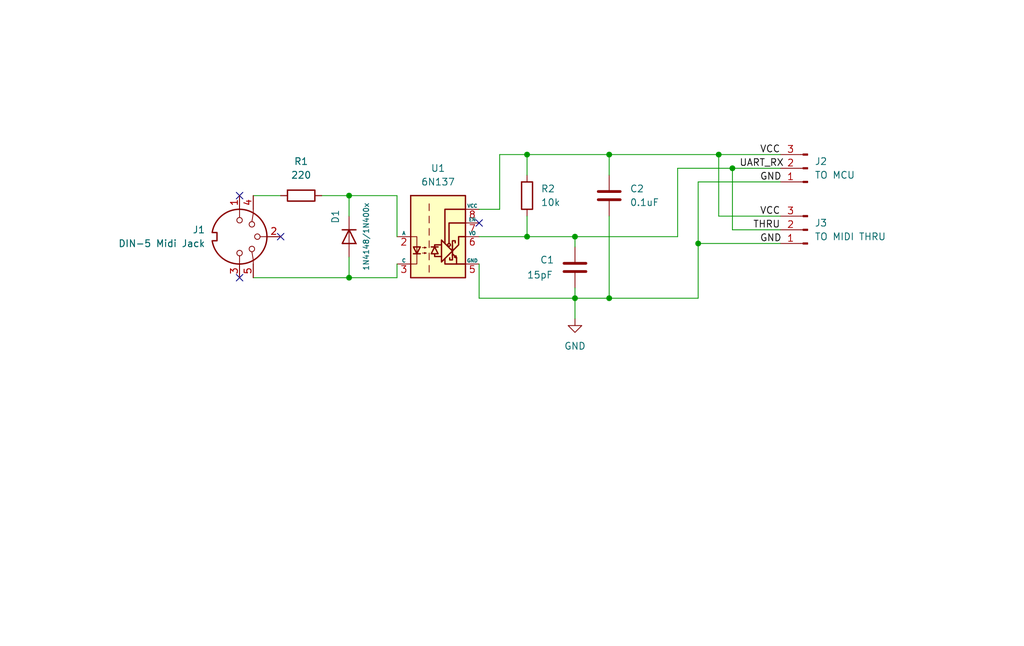
<source format=kicad_sch>
(kicad_sch (version 20211123) (generator eeschema)
  (paper "User" 189.992 119.99)
  (title_block (title "MIDI Input Breakout Board") (date "2022-09-16") (rev "1.0") (company "TU-DO Makerspace") (comment 1 "License: TAPR Open Hardware License v1.0") (comment 2 "ctx.xda@gmail.com") (comment 3 "Author: Patrick Pedersen"))
  (lib_symbols
    (symbol "Connector:Conn_01x03_Male" (pin_names (offset 1.016) hide)
      (property "Reference" "J" (at 0 5.08 0))
      (property "Value" "Conn_01x03_Male" (at 0 -5.08 0))
      (symbol "Conn_01x03_Male_1_1"
        (polyline (pts (xy 1.27 -2.54) (xy 0.8636 -2.54)) (stroke (width 0.1524)))
        (polyline (pts (xy 1.27 0) (xy 0.8636 0)) (stroke (width 0.1524)))
        (polyline (pts (xy 1.27 2.54) (xy 0.8636 2.54)) (stroke (width 0.1524)))
        (rectangle (start 0.8636 -2.413) (end 0 -2.667) (stroke (width 0.1524)) (fill (type outline)))
        (rectangle (start 0.8636 0.127) (end 0 -0.127) (stroke (width 0.1524)) (fill (type outline)))
        (rectangle (start 0.8636 2.667) (end 0 2.413) (stroke (width 0.1524)) (fill (type outline)))
        (pin passive line (at 5.08 2.54 180) (length 3.81) (name "Pin_1") (number "1"))
        (pin passive line (at 5.08 0 180) (length 3.81) (name "Pin_2") (number "2"))
        (pin passive line (at 5.08 -2.54 180) (length 3.81) (name "Pin_3") (number "3"))
      )
    )
    (symbol "Connector:DIN-5_180degree" (pin_names (offset 1.016))
      (property "Reference" "J" (at 3.175 5.715 0))
      (property "Value" "DIN-5_180degree" (at 0 -6.35 0))
      (symbol "DIN-5_180degree_0_1"
        (arc (start -5.08 0) (mid -3.8609 -3.3364) (end -0.762 -5.08) (stroke (width 0.254)))
        (circle (center -3.048 0) (radius 0.508))
        (circle (center -2.286 2.286) (radius 0.508))
        (polyline (pts (xy -5.08 0) (xy -3.556 0)))
        (polyline (pts (xy 0 5.08) (xy 0 3.81)))
        (polyline (pts (xy 5.08 0) (xy 3.556 0)))
        (polyline (pts (xy -5.08 2.54) (xy -4.318 2.54) (xy -2.794 2.286)))
        (polyline (pts (xy 5.08 2.54) (xy 4.318 2.54) (xy 2.794 2.286)))
        (polyline (pts (xy -0.762 -4.953) (xy -0.762 -4.191) (xy 0.762 -4.191) (xy 0.762 -4.953)) (stroke (width 0.254)))
        (circle (center 0 3.302) (radius 0.508))
        (arc (start 0.762 -5.08) (mid 3.8685 -3.343) (end 5.08 0) (stroke (width 0.254)))
        (circle (center 2.286 2.286) (radius 0.508))
        (circle (center 3.048 0) (radius 0.508))
        (arc (start 5.08 0) (mid 0 5.08) (end -5.08 0) (stroke (width 0.254)))
      )
      (symbol "DIN-5_180degree_1_1"
        (pin passive line (at -7.62 0 0) (length 2.54) (name "~") (number "1"))
        (pin passive line (at 0 7.62 270) (length 2.54) (name "~") (number "2"))
        (pin passive line (at 7.62 0 180) (length 2.54) (name "~") (number "3"))
        (pin passive line (at -7.62 2.54 0) (length 2.54) (name "~") (number "4"))
        (pin passive line (at 7.62 2.54 180) (length 2.54) (name "~") (number "5"))
      )
    )
    (symbol "Device:C" (pin_numbers hide) (pin_names (offset 0.254))
      (property "Reference" "C" (at 0.635 2.54 0))
      (property "Value" "C" (at 0.635 -2.54 0))
      (symbol "C_0_1"
        (polyline (pts (xy -2.032 -0.762) (xy 2.032 -0.762)) (stroke (width 0.508)))
        (polyline (pts (xy -2.032 0.762) (xy 2.032 0.762)) (stroke (width 0.508)))
      )
      (symbol "C_1_1"
        (pin passive line (at 0 3.81 270) (length 2.794) (name "~") (number "1"))
        (pin passive line (at 0 -3.81 90) (length 2.794) (name "~") (number "2"))
      )
    )
    (symbol "Device:D" (pin_numbers hide) (pin_names (offset 1.016) hide)
      (property "Reference" "D" (at 0 2.54 0))
      (property "Value" "D" (at 0 -2.54 0))
      (symbol "D_0_1"
        (polyline (pts (xy -1.27 1.27) (xy -1.27 -1.27)) (stroke (width 0.254)))
        (polyline (pts (xy 1.27 0) (xy -1.27 0)))
        (polyline (pts (xy 1.27 1.27) (xy 1.27 -1.27) (xy -1.27 0) (xy 1.27 1.27)) (stroke (width 0.254)))
      )
      (symbol "D_1_1"
        (pin passive line (at -3.81 0 0) (length 2.54) (name "K") (number "1"))
        (pin passive line (at 3.81 0 180) (length 2.54) (name "A") (number "2"))
      )
    )
    (symbol "Device:R" (pin_numbers hide) (pin_names (offset 0))
      (property "Reference" "R" (at 2.032 0 90))
      (property "Value" "R" (at 0 0 90))
      (symbol "R_0_1"
        (rectangle (start -1.016 -2.54) (end 1.016 2.54) (stroke (width 0.254)))
      )
      (symbol "R_1_1"
        (pin passive line (at 0 3.81 270) (length 1.27) (name "~") (number "1"))
        (pin passive line (at 0 -3.81 90) (length 1.27) (name "~") (number "2"))
      )
    )
    (symbol "Isolator:6N137" (pin_names (offset 0))
      (property "Reference" "U" (at -4.064 8.89 0))
      (property "Value" "6N137" (at 0 -8.89 0))
      (symbol "6N137_0_1"
        (polyline (pts (xy 2.667 -3.556) (xy 2.667 -1.651)) (stroke (width 0.254)))
        (polyline (pts (xy 2.667 -2.159) (xy 2.667 -2.921)) (stroke (width 0.254)))
        (polyline (pts (xy 3.429 -3.937) (xy 3.429 -5.08)) (stroke (width 0.254)))
        (polyline (pts (xy -0.635 -3.302) (xy -0.635 -3.683) (xy 0.635 -3.683)) (stroke (width 0.254)))
        (polyline (pts (xy -0.635 -1.905) (xy -0.635 -1.524) (xy 0.508 -1.524)) (stroke (width 0.254)))
        (polyline (pts (xy 1.27 -4.064) (xy 1.27 -5.08) (xy 5.08 -5.08)) (stroke (width 0.254)))
        (polyline (pts (xy 1.27 -1.27) (xy 1.27 5.08) (xy 5.08 5.08)) (stroke (width 0.254)))
        (polyline (pts (xy 2.032 -1.27) (xy 2.032 2.54) (xy 5.08 2.54)) (stroke (width 0.254)))
        (polyline (pts (xy -5.08 -5.08) (xy -3.937 -5.08) (xy -3.937 0) (xy -5.08 0)))
        (polyline (pts (xy 2.667 -3.302) (xy 2.667 -4.318) (xy 2.159 -4.318) (xy 2.159 -3.937)) (stroke (width 0.254)))
        (polyline (pts (xy 2.667 -2.667) (xy 0.635 -4.699) (xy 0.635 -0.635) (xy 2.667 -2.667)) (stroke (width 0.254)))
        (polyline (pts (xy 2.667 -1.778) (xy 2.667 -0.762) (xy 3.175 -0.762) (xy 3.175 -1.143)) (stroke (width 0.254)))
        (polyline (pts (xy 2.794 -2.54) (xy 3.81 -1.524) (xy 3.81 0) (xy 5.08 0)) (stroke (width 0.254)))
        (polyline (pts (xy 2.667 -3.175) (xy 3.429 -3.937) (xy 3.302 -3.556) (xy 3.048 -3.81) (xy 3.429 -3.937)) (stroke (width 0.254)))
        (circle (center 2.032 -1.524) (radius 0.254) (stroke (width 0.254)))
      )
      (symbol "6N137_1_1"
        (rectangle (start -5.08 7.62) (end 5.08 -7.62) (stroke (width 0.254)) (fill (type background)))
        (polyline (pts (xy -4.572 -3.175) (xy -3.302 -3.175)) (stroke (width 0.254)))
        (polyline (pts (xy -1.651 -5.334) (xy -1.651 -6.604)))
        (polyline (pts (xy -1.651 -3.048) (xy -1.651 -4.318)))
        (polyline (pts (xy -1.651 -0.762) (xy -1.651 -2.032)))
        (polyline (pts (xy -1.651 1.524) (xy -1.651 0.254)))
        (polyline (pts (xy -1.651 3.81) (xy -1.651 2.54)))
        (polyline (pts (xy -1.651 6.096) (xy -1.651 4.826)))
        (polyline (pts (xy -1.27 -1.905) (xy 0 -1.905)) (stroke (width 0.254)))
        (polyline (pts (xy -3.937 -3.175) (xy -4.572 -1.905) (xy -3.302 -1.905) (xy -3.937 -3.175)) (stroke (width 0.254)))
        (polyline (pts (xy -0.635 -1.905) (xy -1.27 -3.175) (xy 0 -3.175) (xy -0.635 -1.905)) (stroke (width 0.254)))
        (polyline (pts (xy -2.921 -3.048) (xy -2.159 -3.048) (xy -2.54 -3.175) (xy -2.54 -2.921) (xy -2.159 -3.048)) (stroke (width 0.127)))
        (polyline (pts (xy -2.921 -2.032) (xy -2.159 -2.032) (xy -2.54 -2.159) (xy -2.54 -1.905) (xy -2.159 -2.032)) (stroke (width 0.127)))
        (pin no_connect line (at -5.08 5.08 0) (length 2.54) hide (name "NC") (number "1"))
        (pin passive line (at -7.62 0 0) (length 2.54) (name "A") (number "2"))
        (pin passive line (at -7.62 -5.08 0) (length 2.54) (name "C") (number "3"))
        (pin power_in line (at 7.62 -5.08 180) (length 2.54) (name "GND") (number "5"))
        (pin open_collector line (at 7.62 0 180) (length 2.54) (name "VO") (number "6"))
        (pin input line (at 7.62 2.54 180) (length 2.54) (name "EN") (number "7"))
        (pin power_in line (at 7.62 5.08 180) (length 2.54) (name "VCC") (number "8"))
      )
    )
    (symbol "power:GND" (power) (pin_names (offset 0))
      (property "Value" "GND" (at 0 -3.81 0))
      (symbol "GND_0_1"
        (polyline (pts (xy 0 0) (xy 0 -1.27) (xy 1.27 -1.27) (xy 0 -2.54) (xy -1.27 -1.27) (xy 0 -1.27)))
      )
      (symbol "GND_1_1"
        (pin power_in line (at 0 0 270) (length 0) hide (name "GND") (number "1"))
      )
    )
  )
  (junction (at 133.35 28.702))
  (junction (at 113.03 28.702))
  (junction (at 135.89 31.242))
  (junction (at 64.77 36.322))
  (junction (at 106.68 43.942))
  (junction (at 106.68 55.372))
  (junction (at 97.79 28.702))
  (junction (at 129.54 45.212))
  (junction (at 97.79 43.942))
  (junction (at 64.77 51.562))
  (junction (at 113.03 55.372))
  (no_connect (at 44.45 36.322))
  (no_connect (at 44.45 51.562))
  (no_connect (at 88.9 41.402))
  (no_connect (at 52.07 43.942))
  (wire (pts (xy 125.73 31.242) (xy 135.89 31.242)))
  (wire (pts (xy 46.99 51.562) (xy 64.77 51.562)))
  (wire (pts (xy 133.35 28.702) (xy 144.78 28.702)))
  (wire (pts (xy 64.77 36.322) (xy 64.77 40.132)))
  (wire (pts (xy 106.68 55.372) (xy 106.68 59.182)))
  (wire (pts (xy 59.69 36.322) (xy 64.77 36.322)))
  (wire (pts (xy 135.89 31.242) (xy 144.78 31.242)))
  (wire (pts (xy 64.77 36.322) (xy 73.66 36.322)))
  (wire (pts (xy 106.68 43.942) (xy 125.73 43.942)))
  (wire (pts (xy 129.54 55.372) (xy 129.54 45.212)))
  (wire (pts (xy 97.79 32.512) (xy 97.79 28.702)))
  (wire (pts (xy 92.71 28.702) (xy 92.71 38.862)))
  (wire (pts (xy 88.9 49.022) (xy 88.9 55.372)))
  (wire (pts (xy 106.68 43.942) (xy 97.79 43.942)))
  (wire (pts (xy 73.66 49.022) (xy 73.66 51.562)))
  (wire (pts (xy 73.66 43.942) (xy 73.66 36.322)))
  (wire (pts (xy 133.35 28.702) (xy 133.35 40.132)))
  (wire (pts (xy 97.79 43.942) (xy 88.9 43.942)))
  (wire (pts (xy 97.79 40.132) (xy 97.79 43.942)))
  (wire (pts (xy 135.89 31.242) (xy 135.89 42.672)))
  (wire (pts (xy 113.03 55.372) (xy 129.54 55.372)))
  (wire (pts (xy 46.99 36.322) (xy 52.07 36.322)))
  (wire (pts (xy 97.79 28.702) (xy 113.03 28.702)))
  (wire (pts (xy 64.77 47.752) (xy 64.77 51.562)))
  (wire (pts (xy 113.03 40.132) (xy 113.03 55.372)))
  (wire (pts (xy 125.73 43.942) (xy 125.73 31.242)))
  (wire (pts (xy 113.03 28.702) (xy 133.35 28.702)))
  (wire (pts (xy 135.89 42.672) (xy 144.78 42.672)))
  (wire (pts (xy 64.77 51.562) (xy 73.66 51.562)))
  (wire (pts (xy 106.68 45.847) (xy 106.68 43.942)))
  (wire (pts (xy 88.9 38.862) (xy 92.71 38.862)))
  (wire (pts (xy 129.54 33.782) (xy 144.78 33.782)))
  (wire (pts (xy 133.35 40.132) (xy 144.78 40.132)))
  (wire (pts (xy 88.9 55.372) (xy 106.68 55.372)))
  (wire (pts (xy 129.54 45.212) (xy 129.54 33.782)))
  (wire (pts (xy 106.68 53.467) (xy 106.68 55.372)))
  (wire (pts (xy 113.03 28.702) (xy 113.03 32.512)))
  (wire (pts (xy 129.54 45.212) (xy 144.78 45.212)))
  (wire (pts (xy 92.71 28.702) (xy 97.79 28.702)))
  (wire (pts (xy 106.68 55.372) (xy 113.03 55.372)))
  (label "GND" (at 140.97 45.212 0))
  (label "VCC" (at 140.97 40.132 0))
  (label "GND" (at 140.97 33.782 0))
  (label "THRU" (at 139.7 42.672 0))
  (label "VCC" (at 140.97 28.702 0))
  (label "UART_RX" (at 137.16 31.242 0))
  (symbol (lib_id "Device:C") (at 113.03 36.322 0) (unit 1)
    (property "Reference" "C2" (at 116.84 35.0519 0) (effects (justify left)))
    (property "Value" "0.1uF" (at 116.84 37.5919 0) (effects (justify left)))
    (property "Footprint" "Capacitor_THT:C_Rect_L10.0mm_W2.5mm_P7.50mm_MKS4" (effects hide))
  )
  (symbol (lib_id "power:GND") (at 106.68 59.182 0) (unit 1)
    (property "Reference" "#PWR01" (effects hide))
    (property "Value" "GND" (at 106.68 64.262 0))
  )
  (symbol (lib_id "Device:C") (at 106.68 49.657 0) (unit 1)
    (property "Reference" "C1" (at 102.87 48.26 0) (effects (justify right)))
    (property "Value" "15pF" (at 102.616 51.054 0) (effects (justify right)))
    (property "Footprint" "Capacitor_THT:C_Disc_D5.0mm_W2.5mm_P2.50mm" (effects hide))
  )
  (symbol (lib_id "Connector:Conn_01x03_Male") (at 149.86 42.672 180) (unit 1)
    (property "Reference" "J3" (at 151.13 41.4019 0) (effects (justify right)))
    (property "Value" "TO MIDI THRU" (at 151.13 43.9419 0) (effects (justify right)))
    (property "Footprint" "Connector_JST:JST_XH_B3B-XH-A_1x03_P2.50mm_Vertical" (effects hide))
  )
  (symbol (lib_id "Device:R") (at 97.79 36.322 180) (unit 1)
    (property "Reference" "R2" (at 100.33 35.0519 0) (effects (justify right)))
    (property "Value" "10k" (at 100.33 37.5919 0) (effects (justify right)))
    (property "Footprint" "Resistor_THT:R_Axial_DIN0204_L3.6mm_D1.6mm_P5.08mm_Horizontal" (effects hide))
  )
  (symbol (lib_id "Connector:Conn_01x03_Male") (at 149.86 31.242 180) (unit 1)
    (property "Reference" "J2" (at 151.13 29.9719 0) (effects (justify right)))
    (property "Value" "TO MCU" (at 151.13 32.5119 0) (effects (justify right)))
    (property "Footprint" "Connector_JST:JST_XH_B3B-XH-A_1x03_P2.50mm_Vertical" (effects hide))
  )
  (symbol (lib_id "Connector:DIN-5_180degree") (at 44.45 43.942 270) (unit 1)
    (property "Reference" "J1" (at 38.1 42.672 90) (effects (justify right)))
    (property "Value" "DIN-5 Midi Jack" (at 38.1 45.212 90) (effects (justify right)))
    (property "Footprint" "Eurocad:MIDI_DIN5" (effects hide))
    (property "Datasheet" "http://www.mouser.com/ds/2/18/40_c091_abd_e-75918.pdf" (effects hide))
  )
  (symbol (lib_id "Device:D") (at 64.77 43.942 270) (unit 1)
    (property "Reference" "D1" (at 62.23 38.862 0) (effects (justify left)))
    (property "Value" "1N4148/1N400x" (at 67.945 37.592 0) (effects (font (size 1 1)) (justify left)))
    (property "Footprint" "Diode_THT:D_A-405_P7.62mm_Horizontal" (effects hide))
  )
  (symbol (lib_id "Isolator:6N137") (at 81.28 43.942 0) (unit 1)
    (property "Reference" "U1" (at 81.28 31.242 0))
    (property "Value" "6N137" (at 81.28 33.782 0))
    (property "Footprint" "Package_DIP:DIP-8_W7.62mm" (effects hide))
    (property "Datasheet" "https://docs.broadcom.com/docs/AV02-0940EN" (effects hide))
  )
  (symbol (lib_id "Device:R") (at 55.88 36.322 90) (unit 1)
    (property "Reference" "R1" (at 55.88 29.972 90))
    (property "Value" "220" (at 55.88 32.512 90))
    (property "Footprint" "Resistor_THT:R_Axial_DIN0207_L6.3mm_D2.5mm_P7.62mm_Horizontal" (effects hide))
  )
)
</source>
